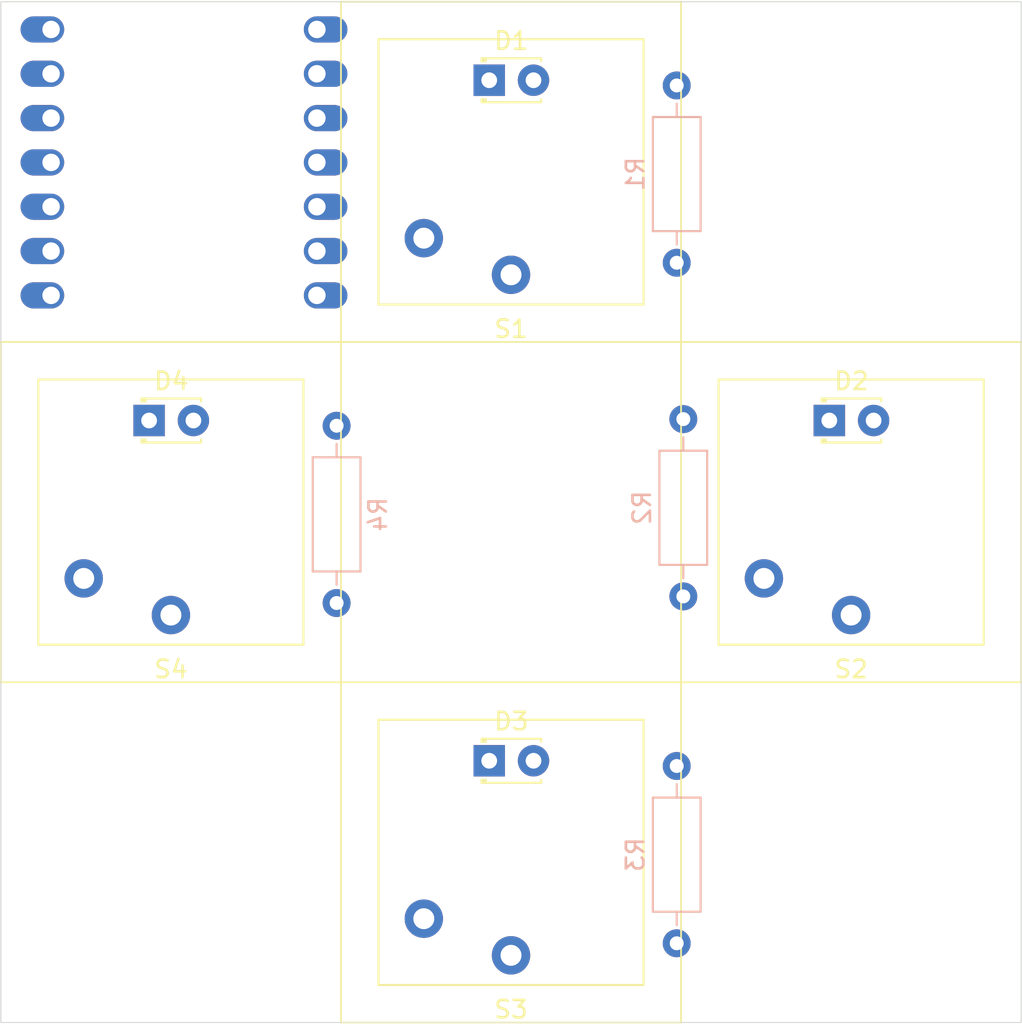
<source format=kicad_pcb>
(kicad_pcb (version 20240108) (generator "pcbnew") (generator_version "8.0")
  (layers (0 "F.Cu" signal) (31 "B.Cu" signal) (34 "B.Paste" user) (35 "F.Paste" user) (36 "B.SilkS" user "B.Silkscreen") (37 "F.SilkS" user "F.Silkscreen") (38 "B.Mask" user) (39 "F.Mask" user) (44 "Edge.Cuts" user))
  (net 0 "")
  (net 1 "GND")
  (net 2 "Net-(D1-A)")
  (net 3 "Net-(D2-A)")
  (net 4 "Net-(D3-A)")
  (net 5 "Net-(D4-A)")
  (net 6 "Net-(R1-Pad2)")
  (net 7 "Net-(R2-Pad2)")
  (net 8 "Net-(R3-Pad2)")
  (net 9 "Net-(R4-Pad2)")
  (net 10 "UP")
  (net 11 "RIGHT")
  (net 12 "DOWN")
  (net 13 "LEFT")
  (footprint "ScottoKeebs_Choc:Choc_V1_1.00u" (layer "F.Cu") (at 160.75 69.25 180)
    (property "Reference" "S1" (at 0 -9 180) (layer "F.SilkS"))
    (property "Value" "Keyswitch")
    (fp_line (start 7.6 7.6) (end 7.6 -7.6) (stroke (width 0.12)) (layer "F.SilkS"))
    (fp_line (start 7.6 -7.6) (end -7.6 -7.6) (stroke (width 0.12)) (layer "F.SilkS"))
    (fp_line (start -7.6 7.6) (end 7.6 7.6) (stroke (width 0.12)) (layer "F.SilkS"))
    (fp_line (start -7.6 -7.6) (end -7.6 7.6) (stroke (width 0.12)) (layer "F.SilkS"))
    (fp_rect (start -9.75 -9.75) (end 9.75 9.75) (stroke (width 0.1)) (fill none) (layer "F.SilkS"))
    (pad "" np_thru_hole circle (at -5.5 0 180) (size 1.9 1.9) (drill 1.9) (layers "*.Cu" "*.Mask"))
    (pad "" np_thru_hole circle (at 0 0 180) (size 3.45 3.45) (drill 3.45) (layers "*.Cu" "*.Mask"))
    (pad "" np_thru_hole circle (at 5.5 0 180) (size 1.9 1.9) (drill 1.9) (layers "*.Cu" "*.Mask"))
    (pad "1" thru_hole circle (at 0 -5.9 180) (size 2.2 2.2) (drill 1.2) (layers "*.Cu" "*.Mask") (net 10 "UP"))
    (pad "2" thru_hole circle (at 5 -3.8 180) (size 2.2 2.2) (drill 1.2) (layers "*.Cu" "*.Mask") (net 6 "Net-(R1-Pad2)"))
  )
  (footprint "LED_THT:LED_D1.8mm_W3.3mm_H2.4mm" (layer "F.Cu") (at 140 83.5)
    (property "Reference" "D4" (at 1.27 -2.26 0) (layer "F.SilkS"))
    (property "Value" "LED")
    (fp_line (start -0.44 -1.26) (end -0.44 -1.08) (stroke (width 0.12)) (layer "F.SilkS"))
    (fp_line (start -0.44 -1.26) (end 2.98 -1.26) (stroke (width 0.12)) (layer "F.SilkS"))
    (fp_line (start -0.44 1.08) (end -0.44 1.26) (stroke (width 0.12)) (layer "F.SilkS"))
    (fp_line (start -0.44 1.26) (end 2.98 1.26) (stroke (width 0.12)) (layer "F.SilkS"))
    (fp_line (start -0.32 -1.26) (end -0.32 -1.08) (stroke (width 0.12)) (layer "F.SilkS"))
    (fp_line (start -0.32 1.08) (end -0.32 1.26) (stroke (width 0.12)) (layer "F.SilkS"))
    (fp_line (start -0.2 -1.26) (end -0.2 -1.08) (stroke (width 0.12)) (layer "F.SilkS"))
    (fp_line (start -0.2 1.08) (end -0.2 1.26) (stroke (width 0.12)) (layer "F.SilkS"))
    (fp_line (start 2.98 -1.26) (end 2.98 -1.095) (stroke (width 0.12)) (layer "F.SilkS"))
    (fp_line (start 2.98 1.095) (end 2.98 1.26) (stroke (width 0.12)) (layer "F.SilkS"))
    (pad "1" thru_hole rect (at 0 0) (size 1.8 1.8) (drill 0.9) (layers "*.Cu" "*.Mask") (net 1 "GND"))
    (pad "2" thru_hole circle (at 2.54 0) (size 1.8 1.8) (drill 0.9) (layers "*.Cu" "*.Mask") (net 5 "Net-(D4-A)"))
  )
  (footprint "LED_THT:LED_D1.8mm_W3.3mm_H2.4mm" (layer "F.Cu") (at 159.5 64)
    (property "Reference" "D1" (at 1.27 -2.26 0) (layer "F.SilkS"))
    (property "Value" "LED")
    (fp_line (start -0.44 -1.26) (end -0.44 -1.08) (stroke (width 0.12)) (layer "F.SilkS"))
    (fp_line (start -0.44 -1.26) (end 2.98 -1.26) (stroke (width 0.12)) (layer "F.SilkS"))
    (fp_line (start -0.44 1.08) (end -0.44 1.26) (stroke (width 0.12)) (layer "F.SilkS"))
    (fp_line (start -0.44 1.26) (end 2.98 1.26) (stroke (width 0.12)) (layer "F.SilkS"))
    (fp_line (start -0.32 -1.26) (end -0.32 -1.08) (stroke (width 0.12)) (layer "F.SilkS"))
    (fp_line (start -0.32 1.08) (end -0.32 1.26) (stroke (width 0.12)) (layer "F.SilkS"))
    (fp_line (start -0.2 -1.26) (end -0.2 -1.08) (stroke (width 0.12)) (layer "F.SilkS"))
    (fp_line (start -0.2 1.08) (end -0.2 1.26) (stroke (width 0.12)) (layer "F.SilkS"))
    (fp_line (start 2.98 -1.26) (end 2.98 -1.095) (stroke (width 0.12)) (layer "F.SilkS"))
    (fp_line (start 2.98 1.095) (end 2.98 1.26) (stroke (width 0.12)) (layer "F.SilkS"))
    (pad "1" thru_hole rect (at 0 0) (size 1.8 1.8) (drill 0.9) (layers "*.Cu" "*.Mask") (net 1 "GND"))
    (pad "2" thru_hole circle (at 2.54 0) (size 1.8 1.8) (drill 0.9) (layers "*.Cu" "*.Mask") (net 2 "Net-(D1-A)"))
  )
  (footprint "ScottoKeebs_Choc:Choc_V1_1.00u" (layer "F.Cu") (at 180.25 88.75 180)
    (property "Reference" "S2" (at 0 -9 180) (layer "F.SilkS"))
    (property "Value" "Keyswitch")
    (fp_line (start 7.6 7.6) (end 7.6 -7.6) (stroke (width 0.12)) (layer "F.SilkS"))
    (fp_line (start 7.6 -7.6) (end -7.6 -7.6) (stroke (width 0.12)) (layer "F.SilkS"))
    (fp_line (start -7.6 7.6) (end 7.6 7.6) (stroke (width 0.12)) (layer "F.SilkS"))
    (fp_line (start -7.6 -7.6) (end -7.6 7.6) (stroke (width 0.12)) (layer "F.SilkS"))
    (fp_rect (start -9.75 -9.75) (end 9.75 9.75) (stroke (width 0.1)) (fill none) (layer "F.SilkS"))
    (pad "" np_thru_hole circle (at -5.5 0 180) (size 1.9 1.9) (drill 1.9) (layers "*.Cu" "*.Mask"))
    (pad "" np_thru_hole circle (at 0 0 180) (size 3.45 3.45) (drill 3.45) (layers "*.Cu" "*.Mask"))
    (pad "" np_thru_hole circle (at 5.5 0 180) (size 1.9 1.9) (drill 1.9) (layers "*.Cu" "*.Mask"))
    (pad "1" thru_hole circle (at 0 -5.9 180) (size 2.2 2.2) (drill 1.2) (layers "*.Cu" "*.Mask") (net 11 "RIGHT"))
    (pad "2" thru_hole circle (at 5 -3.8 180) (size 2.2 2.2) (drill 1.2) (layers "*.Cu" "*.Mask") (net 7 "Net-(R2-Pad2)"))
  )
  (footprint "LED_THT:LED_D1.8mm_W3.3mm_H2.4mm" (layer "F.Cu") (at 179 83.5)
    (property "Reference" "D2" (at 1.27 -2.26 0) (layer "F.SilkS"))
    (property "Value" "LED")
    (fp_line (start -0.44 -1.26) (end -0.44 -1.08) (stroke (width 0.12)) (layer "F.SilkS"))
    (fp_line (start -0.44 -1.26) (end 2.98 -1.26) (stroke (width 0.12)) (layer "F.SilkS"))
    (fp_line (start -0.44 1.08) (end -0.44 1.26) (stroke (width 0.12)) (layer "F.SilkS"))
    (fp_line (start -0.44 1.26) (end 2.98 1.26) (stroke (width 0.12)) (layer "F.SilkS"))
    (fp_line (start -0.32 -1.26) (end -0.32 -1.08) (stroke (width 0.12)) (layer "F.SilkS"))
    (fp_line (start -0.32 1.08) (end -0.32 1.26) (stroke (width 0.12)) (layer "F.SilkS"))
    (fp_line (start -0.2 -1.26) (end -0.2 -1.08) (stroke (width 0.12)) (layer "F.SilkS"))
    (fp_line (start -0.2 1.08) (end -0.2 1.26) (stroke (width 0.12)) (layer "F.SilkS"))
    (fp_line (start 2.98 -1.26) (end 2.98 -1.095) (stroke (width 0.12)) (layer "F.SilkS"))
    (fp_line (start 2.98 1.095) (end 2.98 1.26) (stroke (width 0.12)) (layer "F.SilkS"))
    (pad "1" thru_hole rect (at 0 0) (size 1.8 1.8) (drill 0.9) (layers "*.Cu" "*.Mask") (net 1 "GND"))
    (pad "2" thru_hole circle (at 2.54 0) (size 1.8 1.8) (drill 0.9) (layers "*.Cu" "*.Mask") (net 3 "Net-(D2-A)"))
  )
  (footprint "LED_THT:LED_D1.8mm_W3.3mm_H2.4mm" (layer "F.Cu") (at 159.5 103)
    (property "Reference" "D3" (at 1.27 -2.26 0) (layer "F.SilkS"))
    (property "Value" "LED")
    (fp_line (start -0.44 -1.26) (end -0.44 -1.08) (stroke (width 0.12)) (layer "F.SilkS"))
    (fp_line (start -0.44 -1.26) (end 2.98 -1.26) (stroke (width 0.12)) (layer "F.SilkS"))
    (fp_line (start -0.44 1.08) (end -0.44 1.26) (stroke (width 0.12)) (layer "F.SilkS"))
    (fp_line (start -0.44 1.26) (end 2.98 1.26) (stroke (width 0.12)) (layer "F.SilkS"))
    (fp_line (start -0.32 -1.26) (end -0.32 -1.08) (stroke (width 0.12)) (layer "F.SilkS"))
    (fp_line (start -0.32 1.08) (end -0.32 1.26) (stroke (width 0.12)) (layer "F.SilkS"))
    (fp_line (start -0.2 -1.26) (end -0.2 -1.08) (stroke (width 0.12)) (layer "F.SilkS"))
    (fp_line (start -0.2 1.08) (end -0.2 1.26) (stroke (width 0.12)) (layer "F.SilkS"))
    (fp_line (start 2.98 -1.26) (end 2.98 -1.095) (stroke (width 0.12)) (layer "F.SilkS"))
    (fp_line (start 2.98 1.095) (end 2.98 1.26) (stroke (width 0.12)) (layer "F.SilkS"))
    (pad "1" thru_hole rect (at 0 0) (size 1.8 1.8) (drill 0.9) (layers "*.Cu" "*.Mask") (net 1 "GND"))
    (pad "2" thru_hole circle (at 2.54 0) (size 1.8 1.8) (drill 0.9) (layers "*.Cu" "*.Mask") (net 4 "Net-(D3-A)"))
  )
  (footprint "ScottoKeebs_Choc:Choc_V1_1.00u" (layer "F.Cu") (at 160.75 108.25 180)
    (property "Reference" "S3" (at 0 -9 180) (layer "F.SilkS"))
    (property "Value" "Keyswitch")
    (fp_line (start 7.6 7.6) (end 7.6 -7.6) (stroke (width 0.12)) (layer "F.SilkS"))
    (fp_line (start 7.6 -7.6) (end -7.6 -7.6) (stroke (width 0.12)) (layer "F.SilkS"))
    (fp_line (start -7.6 7.6) (end 7.6 7.6) (stroke (width 0.12)) (layer "F.SilkS"))
    (fp_line (start -7.6 -7.6) (end -7.6 7.6) (stroke (width 0.12)) (layer "F.SilkS"))
    (fp_rect (start -9.75 -9.75) (end 9.75 9.75) (stroke (width 0.1)) (fill none) (layer "F.SilkS"))
    (pad "" np_thru_hole circle (at -5.5 0 180) (size 1.9 1.9) (drill 1.9) (layers "*.Cu" "*.Mask"))
    (pad "" np_thru_hole circle (at 0 0 180) (size 3.45 3.45) (drill 3.45) (layers "*.Cu" "*.Mask"))
    (pad "" np_thru_hole circle (at 5.5 0 180) (size 1.9 1.9) (drill 1.9) (layers "*.Cu" "*.Mask"))
    (pad "1" thru_hole circle (at 0 -5.9 180) (size 2.2 2.2) (drill 1.2) (layers "*.Cu" "*.Mask") (net 12 "DOWN"))
    (pad "2" thru_hole circle (at 5 -3.8 180) (size 2.2 2.2) (drill 1.2) (layers "*.Cu" "*.Mask") (net 8 "Net-(R3-Pad2)"))
  )
  (footprint "ScottoKeebs_Choc:Choc_V1_1.00u" (layer "F.Cu") (at 141.25 88.75 180)
    (property "Reference" "S4" (at 0 -9 180) (layer "F.SilkS"))
    (property "Value" "Keyswitch")
    (fp_line (start 7.6 7.6) (end 7.6 -7.6) (stroke (width 0.12)) (layer "F.SilkS"))
    (fp_line (start 7.6 -7.6) (end -7.6 -7.6) (stroke (width 0.12)) (layer "F.SilkS"))
    (fp_line (start -7.6 7.6) (end 7.6 7.6) (stroke (width 0.12)) (layer "F.SilkS"))
    (fp_line (start -7.6 -7.6) (end -7.6 7.6) (stroke (width 0.12)) (layer "F.SilkS"))
    (fp_rect (start -9.75 -9.75) (end 9.75 9.75) (stroke (width 0.1)) (fill none) (layer "F.SilkS"))
    (pad "" np_thru_hole circle (at -5.5 0 180) (size 1.9 1.9) (drill 1.9) (layers "*.Cu" "*.Mask"))
    (pad "" np_thru_hole circle (at 0 0 180) (size 3.45 3.45) (drill 3.45) (layers "*.Cu" "*.Mask"))
    (pad "" np_thru_hole circle (at 5.5 0 180) (size 1.9 1.9) (drill 1.9) (layers "*.Cu" "*.Mask"))
    (pad "1" thru_hole circle (at 0 -5.9 180) (size 2.2 2.2) (drill 1.2) (layers "*.Cu" "*.Mask") (net 13 "LEFT"))
    (pad "2" thru_hole circle (at 5 -3.8 180) (size 2.2 2.2) (drill 1.2) (layers "*.Cu" "*.Mask") (net 9 "Net-(R4-Pad2)"))
  )
  (footprint "Resistor_THT:R_Axial_DIN0207_L6.3mm_D2.5mm_P10.16mm_Horizontal" (layer "B.Cu") (at 170.25 103.3 -90)
    (property "Reference" "R3" (at 5.08 2.37 90) (layer "B.SilkS") (effects (justify mirror)))
    (property "Value" "Resistor")
    (fp_line (start 1.81 1.37) (end 8.35 1.37) (stroke (width 0.12)) (layer "B.SilkS"))
    (fp_line (start 8.35 1.37) (end 8.35 -1.37) (stroke (width 0.12)) (layer "B.SilkS"))
    (fp_line (start 1.81 0) (end 1.04 0) (stroke (width 0.12)) (layer "B.SilkS"))
    (fp_line (start 8.35 0) (end 9.12 0) (stroke (width 0.12)) (layer "B.SilkS"))
    (fp_line (start 1.81 -1.37) (end 1.81 1.37) (stroke (width 0.12)) (layer "B.SilkS"))
    (fp_line (start 8.35 -1.37) (end 1.81 -1.37) (stroke (width 0.12)) (layer "B.SilkS"))
    (pad "1" thru_hole circle (at 0 0 270) (size 1.6 1.6) (drill 0.8) (layers "*.Cu" "*.Mask") (net 4 "Net-(D3-A)"))
    (pad "2" thru_hole oval (at 10.16 0 270) (size 1.6 1.6) (drill 0.8) (layers "*.Cu" "*.Mask") (net 8 "Net-(R3-Pad2)"))
  )
  (footprint "Resistor_THT:R_Axial_DIN0207_L6.3mm_D2.5mm_P10.16mm_Horizontal" (layer "B.Cu") (at 170.63 83.42 -90)
    (property "Reference" "R2" (at 5.08 2.37 90) (layer "B.SilkS") (effects (justify mirror)))
    (property "Value" "Resistor")
    (fp_line (start 1.81 1.37) (end 8.35 1.37) (stroke (width 0.12)) (layer "B.SilkS"))
    (fp_line (start 8.35 1.37) (end 8.35 -1.37) (stroke (width 0.12)) (layer "B.SilkS"))
    (fp_line (start 1.81 0) (end 1.04 0) (stroke (width 0.12)) (layer "B.SilkS"))
    (fp_line (start 8.35 0) (end 9.12 0) (stroke (width 0.12)) (layer "B.SilkS"))
    (fp_line (start 1.81 -1.37) (end 1.81 1.37) (stroke (width 0.12)) (layer "B.SilkS"))
    (fp_line (start 8.35 -1.37) (end 1.81 -1.37) (stroke (width 0.12)) (layer "B.SilkS"))
    (pad "1" thru_hole circle (at 0 0 270) (size 1.6 1.6) (drill 0.8) (layers "*.Cu" "*.Mask") (net 3 "Net-(D2-A)"))
    (pad "2" thru_hole oval (at 10.16 0 270) (size 1.6 1.6) (drill 0.8) (layers "*.Cu" "*.Mask") (net 7 "Net-(R2-Pad2)"))
  )
  (footprint "Resistor_THT:R_Axial_DIN0207_L6.3mm_D2.5mm_P10.16mm_Horizontal" (layer "B.Cu") (at 170.25 64.3 -90)
    (property "Reference" "R1" (at 5.08 2.37 90) (layer "B.SilkS") (effects (justify mirror)))
    (property "Value" "Resistor")
    (fp_line (start 1.81 1.37) (end 8.35 1.37) (stroke (width 0.12)) (layer "B.SilkS"))
    (fp_line (start 8.35 1.37) (end 8.35 -1.37) (stroke (width 0.12)) (layer "B.SilkS"))
    (fp_line (start 1.81 0) (end 1.04 0) (stroke (width 0.12)) (layer "B.SilkS"))
    (fp_line (start 8.35 0) (end 9.12 0) (stroke (width 0.12)) (layer "B.SilkS"))
    (fp_line (start 1.81 -1.37) (end 1.81 1.37) (stroke (width 0.12)) (layer "B.SilkS"))
    (fp_line (start 8.35 -1.37) (end 1.81 -1.37) (stroke (width 0.12)) (layer "B.SilkS"))
    (pad "1" thru_hole circle (at 0 0 270) (size 1.6 1.6) (drill 0.8) (layers "*.Cu" "*.Mask") (net 2 "Net-(D1-A)"))
    (pad "2" thru_hole oval (at 10.16 0 270) (size 1.6 1.6) (drill 0.8) (layers "*.Cu" "*.Mask") (net 6 "Net-(R1-Pad2)"))
  )
  (footprint "Resistor_THT:R_Axial_DIN0207_L6.3mm_D2.5mm_P10.16mm_Horizontal" (layer "B.Cu") (at 150.75 93.96 90)
    (property "Reference" "R4" (at 5.08 2.37 90) (layer "B.SilkS") (effects (justify mirror)))
    (property "Value" "Resistor")
    (fp_line (start 8.35 -1.37) (end 1.81 -1.37) (stroke (width 0.12)) (layer "B.SilkS"))
    (fp_line (start 1.81 -1.37) (end 1.81 1.37) (stroke (width 0.12)) (layer "B.SilkS"))
    (fp_line (start 8.35 0) (end 9.12 0) (stroke (width 0.12)) (layer "B.SilkS"))
    (fp_line (start 1.81 0) (end 1.04 0) (stroke (width 0.12)) (layer "B.SilkS"))
    (fp_line (start 8.35 1.37) (end 8.35 -1.37) (stroke (width 0.12)) (layer "B.SilkS"))
    (fp_line (start 1.81 1.37) (end 8.35 1.37) (stroke (width 0.12)) (layer "B.SilkS"))
    (pad "1" thru_hole circle (at 0 0 90) (size 1.6 1.6) (drill 0.8) (layers "*.Cu" "*.Mask") (net 5 "Net-(D4-A)"))
    (pad "2" thru_hole oval (at 10.16 0 90) (size 1.6 1.6) (drill 0.8) (layers "*.Cu" "*.Mask") (net 9 "Net-(R4-Pad2)"))
  )
  (footprint "ScottoKeebs_MCU:RP2040_Zero" (layer "B.Cu") (at 142 71.25 180)
    (property "Reference" "U1" (hide yes))
    (property "Value" "RP2040_Zero" (hide yes))
    (pad "1" thru_hole oval (at 7.62 10.16) (size 2.5 1.5) (drill 1 (offset -0.5 0)) (layers "*.Cu" "*.Mask"))
    (pad "2" thru_hole oval (at 7.62 7.62) (size 2.5 1.5) (drill 1 (offset -0.5 0)) (layers "*.Cu" "*.Mask"))
    (pad "3" thru_hole oval (at 7.62 5.08) (size 2.5 1.5) (drill 1 (offset -0.5 0)) (layers "*.Cu" "*.Mask"))
    (pad "4" thru_hole oval (at 7.62 2.54) (size 2.5 1.5) (drill 1 (offset -0.5 0)) (layers "*.Cu" "*.Mask"))
    (pad "5" thru_hole oval (at 7.62 0) (size 2.5 1.5) (drill 1 (offset -0.5 0)) (layers "*.Cu" "*.Mask"))
    (pad "6" thru_hole oval (at 7.62 -2.54) (size 2.5 1.5) (drill 1 (offset -0.5 0)) (layers "*.Cu" "*.Mask"))
    (pad "7" thru_hole oval (at 7.62 -5.08) (size 2.5 1.5) (drill 1 (offset -0.5 0)) (layers "*.Cu" "*.Mask"))
    (pad "17" thru_hole oval (at -7.62 -5.08 180) (size 2.5 1.5) (drill 1 (offset -0.5 0)) (layers "*.Cu" "*.Mask") (net 13 "LEFT"))
    (pad "18" thru_hole oval (at -7.62 -2.54 180) (size 2.5 1.5) (drill 1 (offset -0.5 0)) (layers "*.Cu" "*.Mask") (net 12 "DOWN"))
    (pad "19" thru_hole oval (at -7.62 0 180) (size 2.5 1.5) (drill 1 (offset -0.5 0)) (layers "*.Cu" "*.Mask") (net 11 "RIGHT"))
    (pad "20" thru_hole oval (at -7.62 2.54 180) (size 2.5 1.5) (drill 1 (offset -0.5 0)) (layers "*.Cu" "*.Mask") (net 10 "UP"))
    (pad "21" thru_hole oval (at -7.62 5.08 180) (size 2.5 1.5) (drill 1 (offset -0.5 0)) (layers "*.Cu" "*.Mask"))
    (pad "22" thru_hole oval (at -7.62 7.62 180) (size 2.5 1.5) (drill 1 (offset -0.5 0)) (layers "*.Cu" "*.Mask") (net 1 "GND"))
    (pad "23" thru_hole oval (at -7.62 10.16 180) (size 2.5 1.5) (drill 1 (offset -0.5 0)) (layers "*.Cu" "*.Mask"))
  )
  (gr_rect (start 131.5 59.5) (end 190 118) (stroke (width 0.05)) (fill none) (layer "Edge.Cuts"))
)
</source>
